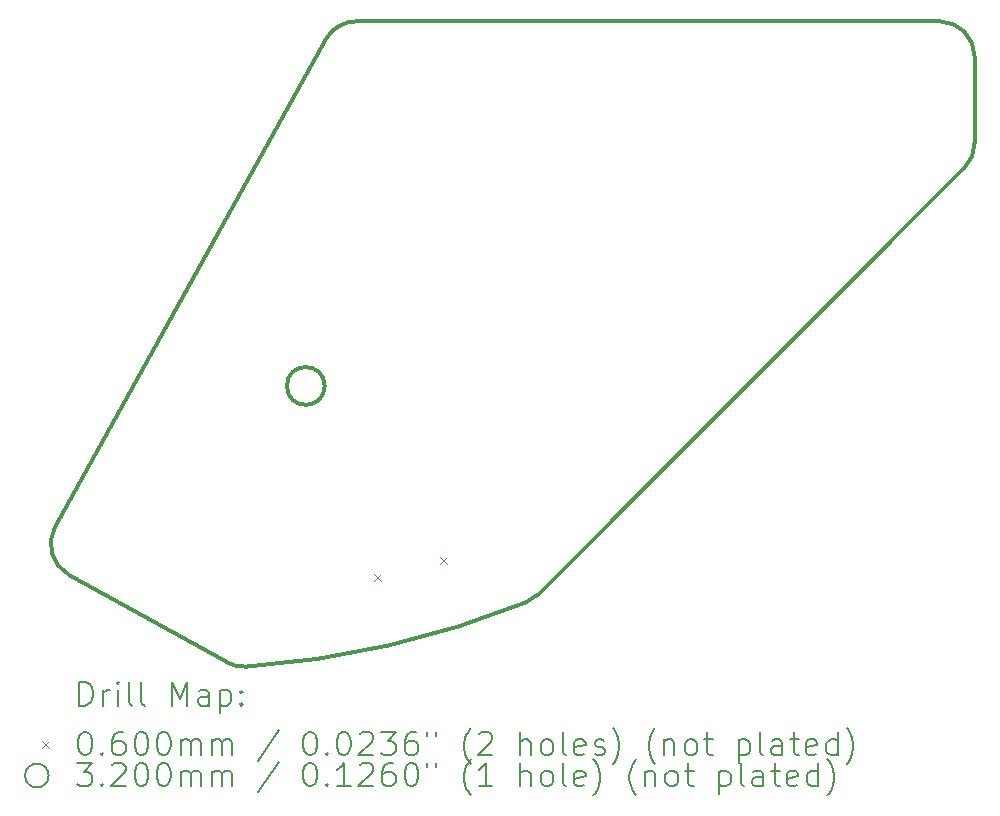
<source format=gbr>
%TF.GenerationSoftware,KiCad,Pcbnew,8.0.0*%
%TF.CreationDate,2024-03-25T03:31:57+00:00*%
%TF.ProjectId,main_PCB_v2,6d61696e-5f50-4434-925f-76322e6b6963,rev?*%
%TF.SameCoordinates,Original*%
%TF.FileFunction,Drillmap*%
%TF.FilePolarity,Positive*%
%FSLAX45Y45*%
G04 Gerber Fmt 4.5, Leading zero omitted, Abs format (unit mm)*
G04 Created by KiCad (PCBNEW 8.0.0) date 2024-03-25 03:31:57*
%MOMM*%
%LPD*%
G01*
G04 APERTURE LIST*
%ADD10C,0.350000*%
%ADD11C,0.200000*%
%ADD12C,0.100000*%
%ADD13C,0.320000*%
G04 APERTURE END LIST*
D10*
X11394036Y-11925982D02*
X13685251Y-7801794D01*
X11510586Y-12333920D02*
X12844754Y-13075124D01*
X15480477Y-12501572D02*
X19091061Y-8890987D01*
X18878505Y-7647494D02*
X13947485Y-7647494D01*
X19178506Y-7949283D02*
X19178506Y-8679280D01*
X11510586Y-12333920D02*
G75*
G02*
X11394036Y-11925982I145695J262244D01*
G01*
X13011224Y-13112156D02*
G75*
G02*
X12844754Y-13075124I-20779J299276D01*
G01*
X13685251Y-7801794D02*
G75*
G02*
X13947485Y-7647494I262235J-145686D01*
G01*
X15380297Y-12567767D02*
G75*
G02*
X13011224Y-13112156I-2908972J7232211D01*
G01*
X15480477Y-12501572D02*
G75*
G02*
X15380297Y-12567766I-212127J212132D01*
G01*
X18878505Y-7647494D02*
G75*
G02*
X19178510Y-7949283I-5J-300016D01*
G01*
X19178506Y-8679280D02*
G75*
G02*
X19091060Y-8890986I-299996J0D01*
G01*
D11*
D12*
X14095602Y-12329338D02*
X14155602Y-12389338D01*
X14155602Y-12329338D02*
X14095602Y-12389338D01*
X14653907Y-12179741D02*
X14713907Y-12239741D01*
X14713907Y-12179741D02*
X14653907Y-12239741D01*
D13*
X13675627Y-10735497D02*
G75*
G02*
X13355627Y-10735497I-160000J0D01*
G01*
X13355627Y-10735497D02*
G75*
G02*
X13675627Y-10735497I160000J0D01*
G01*
D11*
X11599559Y-13441860D02*
X11599559Y-13241860D01*
X11599559Y-13241860D02*
X11647178Y-13241860D01*
X11647178Y-13241860D02*
X11675750Y-13251384D01*
X11675750Y-13251384D02*
X11694797Y-13270432D01*
X11694797Y-13270432D02*
X11704321Y-13289479D01*
X11704321Y-13289479D02*
X11713845Y-13327575D01*
X11713845Y-13327575D02*
X11713845Y-13356146D01*
X11713845Y-13356146D02*
X11704321Y-13394241D01*
X11704321Y-13394241D02*
X11694797Y-13413289D01*
X11694797Y-13413289D02*
X11675750Y-13432337D01*
X11675750Y-13432337D02*
X11647178Y-13441860D01*
X11647178Y-13441860D02*
X11599559Y-13441860D01*
X11799559Y-13441860D02*
X11799559Y-13308527D01*
X11799559Y-13346622D02*
X11809083Y-13327575D01*
X11809083Y-13327575D02*
X11818607Y-13318051D01*
X11818607Y-13318051D02*
X11837655Y-13308527D01*
X11837655Y-13308527D02*
X11856702Y-13308527D01*
X11923369Y-13441860D02*
X11923369Y-13308527D01*
X11923369Y-13241860D02*
X11913845Y-13251384D01*
X11913845Y-13251384D02*
X11923369Y-13260908D01*
X11923369Y-13260908D02*
X11932893Y-13251384D01*
X11932893Y-13251384D02*
X11923369Y-13241860D01*
X11923369Y-13241860D02*
X11923369Y-13260908D01*
X12047178Y-13441860D02*
X12028131Y-13432337D01*
X12028131Y-13432337D02*
X12018607Y-13413289D01*
X12018607Y-13413289D02*
X12018607Y-13241860D01*
X12151940Y-13441860D02*
X12132893Y-13432337D01*
X12132893Y-13432337D02*
X12123369Y-13413289D01*
X12123369Y-13413289D02*
X12123369Y-13241860D01*
X12380512Y-13441860D02*
X12380512Y-13241860D01*
X12380512Y-13241860D02*
X12447178Y-13384717D01*
X12447178Y-13384717D02*
X12513845Y-13241860D01*
X12513845Y-13241860D02*
X12513845Y-13441860D01*
X12694797Y-13441860D02*
X12694797Y-13337098D01*
X12694797Y-13337098D02*
X12685274Y-13318051D01*
X12685274Y-13318051D02*
X12666226Y-13308527D01*
X12666226Y-13308527D02*
X12628131Y-13308527D01*
X12628131Y-13308527D02*
X12609083Y-13318051D01*
X12694797Y-13432337D02*
X12675750Y-13441860D01*
X12675750Y-13441860D02*
X12628131Y-13441860D01*
X12628131Y-13441860D02*
X12609083Y-13432337D01*
X12609083Y-13432337D02*
X12599559Y-13413289D01*
X12599559Y-13413289D02*
X12599559Y-13394241D01*
X12599559Y-13394241D02*
X12609083Y-13375194D01*
X12609083Y-13375194D02*
X12628131Y-13365670D01*
X12628131Y-13365670D02*
X12675750Y-13365670D01*
X12675750Y-13365670D02*
X12694797Y-13356146D01*
X12790036Y-13308527D02*
X12790036Y-13508527D01*
X12790036Y-13318051D02*
X12809083Y-13308527D01*
X12809083Y-13308527D02*
X12847178Y-13308527D01*
X12847178Y-13308527D02*
X12866226Y-13318051D01*
X12866226Y-13318051D02*
X12875750Y-13327575D01*
X12875750Y-13327575D02*
X12885274Y-13346622D01*
X12885274Y-13346622D02*
X12885274Y-13403765D01*
X12885274Y-13403765D02*
X12875750Y-13422813D01*
X12875750Y-13422813D02*
X12866226Y-13432337D01*
X12866226Y-13432337D02*
X12847178Y-13441860D01*
X12847178Y-13441860D02*
X12809083Y-13441860D01*
X12809083Y-13441860D02*
X12790036Y-13432337D01*
X12970988Y-13422813D02*
X12980512Y-13432337D01*
X12980512Y-13432337D02*
X12970988Y-13441860D01*
X12970988Y-13441860D02*
X12961464Y-13432337D01*
X12961464Y-13432337D02*
X12970988Y-13422813D01*
X12970988Y-13422813D02*
X12970988Y-13441860D01*
X12970988Y-13318051D02*
X12980512Y-13327575D01*
X12980512Y-13327575D02*
X12970988Y-13337098D01*
X12970988Y-13337098D02*
X12961464Y-13327575D01*
X12961464Y-13327575D02*
X12970988Y-13318051D01*
X12970988Y-13318051D02*
X12970988Y-13337098D01*
D12*
X11278783Y-13740377D02*
X11338783Y-13800377D01*
X11338783Y-13740377D02*
X11278783Y-13800377D01*
D11*
X11637655Y-13661860D02*
X11656702Y-13661860D01*
X11656702Y-13661860D02*
X11675750Y-13671384D01*
X11675750Y-13671384D02*
X11685274Y-13680908D01*
X11685274Y-13680908D02*
X11694797Y-13699956D01*
X11694797Y-13699956D02*
X11704321Y-13738051D01*
X11704321Y-13738051D02*
X11704321Y-13785670D01*
X11704321Y-13785670D02*
X11694797Y-13823765D01*
X11694797Y-13823765D02*
X11685274Y-13842813D01*
X11685274Y-13842813D02*
X11675750Y-13852337D01*
X11675750Y-13852337D02*
X11656702Y-13861860D01*
X11656702Y-13861860D02*
X11637655Y-13861860D01*
X11637655Y-13861860D02*
X11618607Y-13852337D01*
X11618607Y-13852337D02*
X11609083Y-13842813D01*
X11609083Y-13842813D02*
X11599559Y-13823765D01*
X11599559Y-13823765D02*
X11590036Y-13785670D01*
X11590036Y-13785670D02*
X11590036Y-13738051D01*
X11590036Y-13738051D02*
X11599559Y-13699956D01*
X11599559Y-13699956D02*
X11609083Y-13680908D01*
X11609083Y-13680908D02*
X11618607Y-13671384D01*
X11618607Y-13671384D02*
X11637655Y-13661860D01*
X11790036Y-13842813D02*
X11799559Y-13852337D01*
X11799559Y-13852337D02*
X11790036Y-13861860D01*
X11790036Y-13861860D02*
X11780512Y-13852337D01*
X11780512Y-13852337D02*
X11790036Y-13842813D01*
X11790036Y-13842813D02*
X11790036Y-13861860D01*
X11970988Y-13661860D02*
X11932893Y-13661860D01*
X11932893Y-13661860D02*
X11913845Y-13671384D01*
X11913845Y-13671384D02*
X11904321Y-13680908D01*
X11904321Y-13680908D02*
X11885274Y-13709479D01*
X11885274Y-13709479D02*
X11875750Y-13747575D01*
X11875750Y-13747575D02*
X11875750Y-13823765D01*
X11875750Y-13823765D02*
X11885274Y-13842813D01*
X11885274Y-13842813D02*
X11894797Y-13852337D01*
X11894797Y-13852337D02*
X11913845Y-13861860D01*
X11913845Y-13861860D02*
X11951940Y-13861860D01*
X11951940Y-13861860D02*
X11970988Y-13852337D01*
X11970988Y-13852337D02*
X11980512Y-13842813D01*
X11980512Y-13842813D02*
X11990036Y-13823765D01*
X11990036Y-13823765D02*
X11990036Y-13776146D01*
X11990036Y-13776146D02*
X11980512Y-13757098D01*
X11980512Y-13757098D02*
X11970988Y-13747575D01*
X11970988Y-13747575D02*
X11951940Y-13738051D01*
X11951940Y-13738051D02*
X11913845Y-13738051D01*
X11913845Y-13738051D02*
X11894797Y-13747575D01*
X11894797Y-13747575D02*
X11885274Y-13757098D01*
X11885274Y-13757098D02*
X11875750Y-13776146D01*
X12113845Y-13661860D02*
X12132893Y-13661860D01*
X12132893Y-13661860D02*
X12151940Y-13671384D01*
X12151940Y-13671384D02*
X12161464Y-13680908D01*
X12161464Y-13680908D02*
X12170988Y-13699956D01*
X12170988Y-13699956D02*
X12180512Y-13738051D01*
X12180512Y-13738051D02*
X12180512Y-13785670D01*
X12180512Y-13785670D02*
X12170988Y-13823765D01*
X12170988Y-13823765D02*
X12161464Y-13842813D01*
X12161464Y-13842813D02*
X12151940Y-13852337D01*
X12151940Y-13852337D02*
X12132893Y-13861860D01*
X12132893Y-13861860D02*
X12113845Y-13861860D01*
X12113845Y-13861860D02*
X12094797Y-13852337D01*
X12094797Y-13852337D02*
X12085274Y-13842813D01*
X12085274Y-13842813D02*
X12075750Y-13823765D01*
X12075750Y-13823765D02*
X12066226Y-13785670D01*
X12066226Y-13785670D02*
X12066226Y-13738051D01*
X12066226Y-13738051D02*
X12075750Y-13699956D01*
X12075750Y-13699956D02*
X12085274Y-13680908D01*
X12085274Y-13680908D02*
X12094797Y-13671384D01*
X12094797Y-13671384D02*
X12113845Y-13661860D01*
X12304321Y-13661860D02*
X12323369Y-13661860D01*
X12323369Y-13661860D02*
X12342417Y-13671384D01*
X12342417Y-13671384D02*
X12351940Y-13680908D01*
X12351940Y-13680908D02*
X12361464Y-13699956D01*
X12361464Y-13699956D02*
X12370988Y-13738051D01*
X12370988Y-13738051D02*
X12370988Y-13785670D01*
X12370988Y-13785670D02*
X12361464Y-13823765D01*
X12361464Y-13823765D02*
X12351940Y-13842813D01*
X12351940Y-13842813D02*
X12342417Y-13852337D01*
X12342417Y-13852337D02*
X12323369Y-13861860D01*
X12323369Y-13861860D02*
X12304321Y-13861860D01*
X12304321Y-13861860D02*
X12285274Y-13852337D01*
X12285274Y-13852337D02*
X12275750Y-13842813D01*
X12275750Y-13842813D02*
X12266226Y-13823765D01*
X12266226Y-13823765D02*
X12256702Y-13785670D01*
X12256702Y-13785670D02*
X12256702Y-13738051D01*
X12256702Y-13738051D02*
X12266226Y-13699956D01*
X12266226Y-13699956D02*
X12275750Y-13680908D01*
X12275750Y-13680908D02*
X12285274Y-13671384D01*
X12285274Y-13671384D02*
X12304321Y-13661860D01*
X12456702Y-13861860D02*
X12456702Y-13728527D01*
X12456702Y-13747575D02*
X12466226Y-13738051D01*
X12466226Y-13738051D02*
X12485274Y-13728527D01*
X12485274Y-13728527D02*
X12513845Y-13728527D01*
X12513845Y-13728527D02*
X12532893Y-13738051D01*
X12532893Y-13738051D02*
X12542417Y-13757098D01*
X12542417Y-13757098D02*
X12542417Y-13861860D01*
X12542417Y-13757098D02*
X12551940Y-13738051D01*
X12551940Y-13738051D02*
X12570988Y-13728527D01*
X12570988Y-13728527D02*
X12599559Y-13728527D01*
X12599559Y-13728527D02*
X12618607Y-13738051D01*
X12618607Y-13738051D02*
X12628131Y-13757098D01*
X12628131Y-13757098D02*
X12628131Y-13861860D01*
X12723369Y-13861860D02*
X12723369Y-13728527D01*
X12723369Y-13747575D02*
X12732893Y-13738051D01*
X12732893Y-13738051D02*
X12751940Y-13728527D01*
X12751940Y-13728527D02*
X12780512Y-13728527D01*
X12780512Y-13728527D02*
X12799559Y-13738051D01*
X12799559Y-13738051D02*
X12809083Y-13757098D01*
X12809083Y-13757098D02*
X12809083Y-13861860D01*
X12809083Y-13757098D02*
X12818607Y-13738051D01*
X12818607Y-13738051D02*
X12837655Y-13728527D01*
X12837655Y-13728527D02*
X12866226Y-13728527D01*
X12866226Y-13728527D02*
X12885274Y-13738051D01*
X12885274Y-13738051D02*
X12894798Y-13757098D01*
X12894798Y-13757098D02*
X12894798Y-13861860D01*
X13285274Y-13652337D02*
X13113845Y-13909479D01*
X13542417Y-13661860D02*
X13561464Y-13661860D01*
X13561464Y-13661860D02*
X13580512Y-13671384D01*
X13580512Y-13671384D02*
X13590036Y-13680908D01*
X13590036Y-13680908D02*
X13599560Y-13699956D01*
X13599560Y-13699956D02*
X13609083Y-13738051D01*
X13609083Y-13738051D02*
X13609083Y-13785670D01*
X13609083Y-13785670D02*
X13599560Y-13823765D01*
X13599560Y-13823765D02*
X13590036Y-13842813D01*
X13590036Y-13842813D02*
X13580512Y-13852337D01*
X13580512Y-13852337D02*
X13561464Y-13861860D01*
X13561464Y-13861860D02*
X13542417Y-13861860D01*
X13542417Y-13861860D02*
X13523369Y-13852337D01*
X13523369Y-13852337D02*
X13513845Y-13842813D01*
X13513845Y-13842813D02*
X13504321Y-13823765D01*
X13504321Y-13823765D02*
X13494798Y-13785670D01*
X13494798Y-13785670D02*
X13494798Y-13738051D01*
X13494798Y-13738051D02*
X13504321Y-13699956D01*
X13504321Y-13699956D02*
X13513845Y-13680908D01*
X13513845Y-13680908D02*
X13523369Y-13671384D01*
X13523369Y-13671384D02*
X13542417Y-13661860D01*
X13694798Y-13842813D02*
X13704321Y-13852337D01*
X13704321Y-13852337D02*
X13694798Y-13861860D01*
X13694798Y-13861860D02*
X13685274Y-13852337D01*
X13685274Y-13852337D02*
X13694798Y-13842813D01*
X13694798Y-13842813D02*
X13694798Y-13861860D01*
X13828131Y-13661860D02*
X13847179Y-13661860D01*
X13847179Y-13661860D02*
X13866226Y-13671384D01*
X13866226Y-13671384D02*
X13875750Y-13680908D01*
X13875750Y-13680908D02*
X13885274Y-13699956D01*
X13885274Y-13699956D02*
X13894798Y-13738051D01*
X13894798Y-13738051D02*
X13894798Y-13785670D01*
X13894798Y-13785670D02*
X13885274Y-13823765D01*
X13885274Y-13823765D02*
X13875750Y-13842813D01*
X13875750Y-13842813D02*
X13866226Y-13852337D01*
X13866226Y-13852337D02*
X13847179Y-13861860D01*
X13847179Y-13861860D02*
X13828131Y-13861860D01*
X13828131Y-13861860D02*
X13809083Y-13852337D01*
X13809083Y-13852337D02*
X13799560Y-13842813D01*
X13799560Y-13842813D02*
X13790036Y-13823765D01*
X13790036Y-13823765D02*
X13780512Y-13785670D01*
X13780512Y-13785670D02*
X13780512Y-13738051D01*
X13780512Y-13738051D02*
X13790036Y-13699956D01*
X13790036Y-13699956D02*
X13799560Y-13680908D01*
X13799560Y-13680908D02*
X13809083Y-13671384D01*
X13809083Y-13671384D02*
X13828131Y-13661860D01*
X13970988Y-13680908D02*
X13980512Y-13671384D01*
X13980512Y-13671384D02*
X13999560Y-13661860D01*
X13999560Y-13661860D02*
X14047179Y-13661860D01*
X14047179Y-13661860D02*
X14066226Y-13671384D01*
X14066226Y-13671384D02*
X14075750Y-13680908D01*
X14075750Y-13680908D02*
X14085274Y-13699956D01*
X14085274Y-13699956D02*
X14085274Y-13719003D01*
X14085274Y-13719003D02*
X14075750Y-13747575D01*
X14075750Y-13747575D02*
X13961464Y-13861860D01*
X13961464Y-13861860D02*
X14085274Y-13861860D01*
X14151941Y-13661860D02*
X14275750Y-13661860D01*
X14275750Y-13661860D02*
X14209083Y-13738051D01*
X14209083Y-13738051D02*
X14237655Y-13738051D01*
X14237655Y-13738051D02*
X14256702Y-13747575D01*
X14256702Y-13747575D02*
X14266226Y-13757098D01*
X14266226Y-13757098D02*
X14275750Y-13776146D01*
X14275750Y-13776146D02*
X14275750Y-13823765D01*
X14275750Y-13823765D02*
X14266226Y-13842813D01*
X14266226Y-13842813D02*
X14256702Y-13852337D01*
X14256702Y-13852337D02*
X14237655Y-13861860D01*
X14237655Y-13861860D02*
X14180512Y-13861860D01*
X14180512Y-13861860D02*
X14161464Y-13852337D01*
X14161464Y-13852337D02*
X14151941Y-13842813D01*
X14447179Y-13661860D02*
X14409083Y-13661860D01*
X14409083Y-13661860D02*
X14390036Y-13671384D01*
X14390036Y-13671384D02*
X14380512Y-13680908D01*
X14380512Y-13680908D02*
X14361464Y-13709479D01*
X14361464Y-13709479D02*
X14351941Y-13747575D01*
X14351941Y-13747575D02*
X14351941Y-13823765D01*
X14351941Y-13823765D02*
X14361464Y-13842813D01*
X14361464Y-13842813D02*
X14370988Y-13852337D01*
X14370988Y-13852337D02*
X14390036Y-13861860D01*
X14390036Y-13861860D02*
X14428131Y-13861860D01*
X14428131Y-13861860D02*
X14447179Y-13852337D01*
X14447179Y-13852337D02*
X14456702Y-13842813D01*
X14456702Y-13842813D02*
X14466226Y-13823765D01*
X14466226Y-13823765D02*
X14466226Y-13776146D01*
X14466226Y-13776146D02*
X14456702Y-13757098D01*
X14456702Y-13757098D02*
X14447179Y-13747575D01*
X14447179Y-13747575D02*
X14428131Y-13738051D01*
X14428131Y-13738051D02*
X14390036Y-13738051D01*
X14390036Y-13738051D02*
X14370988Y-13747575D01*
X14370988Y-13747575D02*
X14361464Y-13757098D01*
X14361464Y-13757098D02*
X14351941Y-13776146D01*
X14542417Y-13661860D02*
X14542417Y-13699956D01*
X14618607Y-13661860D02*
X14618607Y-13699956D01*
X14913845Y-13938051D02*
X14904322Y-13928527D01*
X14904322Y-13928527D02*
X14885274Y-13899956D01*
X14885274Y-13899956D02*
X14875750Y-13880908D01*
X14875750Y-13880908D02*
X14866226Y-13852337D01*
X14866226Y-13852337D02*
X14856703Y-13804717D01*
X14856703Y-13804717D02*
X14856703Y-13766622D01*
X14856703Y-13766622D02*
X14866226Y-13719003D01*
X14866226Y-13719003D02*
X14875750Y-13690432D01*
X14875750Y-13690432D02*
X14885274Y-13671384D01*
X14885274Y-13671384D02*
X14904322Y-13642813D01*
X14904322Y-13642813D02*
X14913845Y-13633289D01*
X14980512Y-13680908D02*
X14990036Y-13671384D01*
X14990036Y-13671384D02*
X15009083Y-13661860D01*
X15009083Y-13661860D02*
X15056703Y-13661860D01*
X15056703Y-13661860D02*
X15075750Y-13671384D01*
X15075750Y-13671384D02*
X15085274Y-13680908D01*
X15085274Y-13680908D02*
X15094798Y-13699956D01*
X15094798Y-13699956D02*
X15094798Y-13719003D01*
X15094798Y-13719003D02*
X15085274Y-13747575D01*
X15085274Y-13747575D02*
X14970988Y-13861860D01*
X14970988Y-13861860D02*
X15094798Y-13861860D01*
X15332893Y-13861860D02*
X15332893Y-13661860D01*
X15418607Y-13861860D02*
X15418607Y-13757098D01*
X15418607Y-13757098D02*
X15409084Y-13738051D01*
X15409084Y-13738051D02*
X15390036Y-13728527D01*
X15390036Y-13728527D02*
X15361464Y-13728527D01*
X15361464Y-13728527D02*
X15342417Y-13738051D01*
X15342417Y-13738051D02*
X15332893Y-13747575D01*
X15542417Y-13861860D02*
X15523369Y-13852337D01*
X15523369Y-13852337D02*
X15513845Y-13842813D01*
X15513845Y-13842813D02*
X15504322Y-13823765D01*
X15504322Y-13823765D02*
X15504322Y-13766622D01*
X15504322Y-13766622D02*
X15513845Y-13747575D01*
X15513845Y-13747575D02*
X15523369Y-13738051D01*
X15523369Y-13738051D02*
X15542417Y-13728527D01*
X15542417Y-13728527D02*
X15570988Y-13728527D01*
X15570988Y-13728527D02*
X15590036Y-13738051D01*
X15590036Y-13738051D02*
X15599560Y-13747575D01*
X15599560Y-13747575D02*
X15609084Y-13766622D01*
X15609084Y-13766622D02*
X15609084Y-13823765D01*
X15609084Y-13823765D02*
X15599560Y-13842813D01*
X15599560Y-13842813D02*
X15590036Y-13852337D01*
X15590036Y-13852337D02*
X15570988Y-13861860D01*
X15570988Y-13861860D02*
X15542417Y-13861860D01*
X15723369Y-13861860D02*
X15704322Y-13852337D01*
X15704322Y-13852337D02*
X15694798Y-13833289D01*
X15694798Y-13833289D02*
X15694798Y-13661860D01*
X15875750Y-13852337D02*
X15856703Y-13861860D01*
X15856703Y-13861860D02*
X15818607Y-13861860D01*
X15818607Y-13861860D02*
X15799560Y-13852337D01*
X15799560Y-13852337D02*
X15790036Y-13833289D01*
X15790036Y-13833289D02*
X15790036Y-13757098D01*
X15790036Y-13757098D02*
X15799560Y-13738051D01*
X15799560Y-13738051D02*
X15818607Y-13728527D01*
X15818607Y-13728527D02*
X15856703Y-13728527D01*
X15856703Y-13728527D02*
X15875750Y-13738051D01*
X15875750Y-13738051D02*
X15885274Y-13757098D01*
X15885274Y-13757098D02*
X15885274Y-13776146D01*
X15885274Y-13776146D02*
X15790036Y-13795194D01*
X15961465Y-13852337D02*
X15980512Y-13861860D01*
X15980512Y-13861860D02*
X16018607Y-13861860D01*
X16018607Y-13861860D02*
X16037655Y-13852337D01*
X16037655Y-13852337D02*
X16047179Y-13833289D01*
X16047179Y-13833289D02*
X16047179Y-13823765D01*
X16047179Y-13823765D02*
X16037655Y-13804717D01*
X16037655Y-13804717D02*
X16018607Y-13795194D01*
X16018607Y-13795194D02*
X15990036Y-13795194D01*
X15990036Y-13795194D02*
X15970988Y-13785670D01*
X15970988Y-13785670D02*
X15961465Y-13766622D01*
X15961465Y-13766622D02*
X15961465Y-13757098D01*
X15961465Y-13757098D02*
X15970988Y-13738051D01*
X15970988Y-13738051D02*
X15990036Y-13728527D01*
X15990036Y-13728527D02*
X16018607Y-13728527D01*
X16018607Y-13728527D02*
X16037655Y-13738051D01*
X16113846Y-13938051D02*
X16123369Y-13928527D01*
X16123369Y-13928527D02*
X16142417Y-13899956D01*
X16142417Y-13899956D02*
X16151941Y-13880908D01*
X16151941Y-13880908D02*
X16161465Y-13852337D01*
X16161465Y-13852337D02*
X16170988Y-13804717D01*
X16170988Y-13804717D02*
X16170988Y-13766622D01*
X16170988Y-13766622D02*
X16161465Y-13719003D01*
X16161465Y-13719003D02*
X16151941Y-13690432D01*
X16151941Y-13690432D02*
X16142417Y-13671384D01*
X16142417Y-13671384D02*
X16123369Y-13642813D01*
X16123369Y-13642813D02*
X16113846Y-13633289D01*
X16475750Y-13938051D02*
X16466226Y-13928527D01*
X16466226Y-13928527D02*
X16447179Y-13899956D01*
X16447179Y-13899956D02*
X16437655Y-13880908D01*
X16437655Y-13880908D02*
X16428131Y-13852337D01*
X16428131Y-13852337D02*
X16418607Y-13804717D01*
X16418607Y-13804717D02*
X16418607Y-13766622D01*
X16418607Y-13766622D02*
X16428131Y-13719003D01*
X16428131Y-13719003D02*
X16437655Y-13690432D01*
X16437655Y-13690432D02*
X16447179Y-13671384D01*
X16447179Y-13671384D02*
X16466226Y-13642813D01*
X16466226Y-13642813D02*
X16475750Y-13633289D01*
X16551941Y-13728527D02*
X16551941Y-13861860D01*
X16551941Y-13747575D02*
X16561465Y-13738051D01*
X16561465Y-13738051D02*
X16580512Y-13728527D01*
X16580512Y-13728527D02*
X16609084Y-13728527D01*
X16609084Y-13728527D02*
X16628131Y-13738051D01*
X16628131Y-13738051D02*
X16637655Y-13757098D01*
X16637655Y-13757098D02*
X16637655Y-13861860D01*
X16761465Y-13861860D02*
X16742417Y-13852337D01*
X16742417Y-13852337D02*
X16732893Y-13842813D01*
X16732893Y-13842813D02*
X16723369Y-13823765D01*
X16723369Y-13823765D02*
X16723369Y-13766622D01*
X16723369Y-13766622D02*
X16732893Y-13747575D01*
X16732893Y-13747575D02*
X16742417Y-13738051D01*
X16742417Y-13738051D02*
X16761465Y-13728527D01*
X16761465Y-13728527D02*
X16790036Y-13728527D01*
X16790036Y-13728527D02*
X16809084Y-13738051D01*
X16809084Y-13738051D02*
X16818608Y-13747575D01*
X16818608Y-13747575D02*
X16828131Y-13766622D01*
X16828131Y-13766622D02*
X16828131Y-13823765D01*
X16828131Y-13823765D02*
X16818608Y-13842813D01*
X16818608Y-13842813D02*
X16809084Y-13852337D01*
X16809084Y-13852337D02*
X16790036Y-13861860D01*
X16790036Y-13861860D02*
X16761465Y-13861860D01*
X16885274Y-13728527D02*
X16961465Y-13728527D01*
X16913846Y-13661860D02*
X16913846Y-13833289D01*
X16913846Y-13833289D02*
X16923369Y-13852337D01*
X16923369Y-13852337D02*
X16942417Y-13861860D01*
X16942417Y-13861860D02*
X16961465Y-13861860D01*
X17180512Y-13728527D02*
X17180512Y-13928527D01*
X17180512Y-13738051D02*
X17199560Y-13728527D01*
X17199560Y-13728527D02*
X17237655Y-13728527D01*
X17237655Y-13728527D02*
X17256703Y-13738051D01*
X17256703Y-13738051D02*
X17266227Y-13747575D01*
X17266227Y-13747575D02*
X17275750Y-13766622D01*
X17275750Y-13766622D02*
X17275750Y-13823765D01*
X17275750Y-13823765D02*
X17266227Y-13842813D01*
X17266227Y-13842813D02*
X17256703Y-13852337D01*
X17256703Y-13852337D02*
X17237655Y-13861860D01*
X17237655Y-13861860D02*
X17199560Y-13861860D01*
X17199560Y-13861860D02*
X17180512Y-13852337D01*
X17390036Y-13861860D02*
X17370989Y-13852337D01*
X17370989Y-13852337D02*
X17361465Y-13833289D01*
X17361465Y-13833289D02*
X17361465Y-13661860D01*
X17551941Y-13861860D02*
X17551941Y-13757098D01*
X17551941Y-13757098D02*
X17542417Y-13738051D01*
X17542417Y-13738051D02*
X17523370Y-13728527D01*
X17523370Y-13728527D02*
X17485274Y-13728527D01*
X17485274Y-13728527D02*
X17466227Y-13738051D01*
X17551941Y-13852337D02*
X17532893Y-13861860D01*
X17532893Y-13861860D02*
X17485274Y-13861860D01*
X17485274Y-13861860D02*
X17466227Y-13852337D01*
X17466227Y-13852337D02*
X17456703Y-13833289D01*
X17456703Y-13833289D02*
X17456703Y-13814241D01*
X17456703Y-13814241D02*
X17466227Y-13795194D01*
X17466227Y-13795194D02*
X17485274Y-13785670D01*
X17485274Y-13785670D02*
X17532893Y-13785670D01*
X17532893Y-13785670D02*
X17551941Y-13776146D01*
X17618608Y-13728527D02*
X17694798Y-13728527D01*
X17647179Y-13661860D02*
X17647179Y-13833289D01*
X17647179Y-13833289D02*
X17656703Y-13852337D01*
X17656703Y-13852337D02*
X17675750Y-13861860D01*
X17675750Y-13861860D02*
X17694798Y-13861860D01*
X17837655Y-13852337D02*
X17818608Y-13861860D01*
X17818608Y-13861860D02*
X17780512Y-13861860D01*
X17780512Y-13861860D02*
X17761465Y-13852337D01*
X17761465Y-13852337D02*
X17751941Y-13833289D01*
X17751941Y-13833289D02*
X17751941Y-13757098D01*
X17751941Y-13757098D02*
X17761465Y-13738051D01*
X17761465Y-13738051D02*
X17780512Y-13728527D01*
X17780512Y-13728527D02*
X17818608Y-13728527D01*
X17818608Y-13728527D02*
X17837655Y-13738051D01*
X17837655Y-13738051D02*
X17847179Y-13757098D01*
X17847179Y-13757098D02*
X17847179Y-13776146D01*
X17847179Y-13776146D02*
X17751941Y-13795194D01*
X18018608Y-13861860D02*
X18018608Y-13661860D01*
X18018608Y-13852337D02*
X17999560Y-13861860D01*
X17999560Y-13861860D02*
X17961465Y-13861860D01*
X17961465Y-13861860D02*
X17942417Y-13852337D01*
X17942417Y-13852337D02*
X17932893Y-13842813D01*
X17932893Y-13842813D02*
X17923370Y-13823765D01*
X17923370Y-13823765D02*
X17923370Y-13766622D01*
X17923370Y-13766622D02*
X17932893Y-13747575D01*
X17932893Y-13747575D02*
X17942417Y-13738051D01*
X17942417Y-13738051D02*
X17961465Y-13728527D01*
X17961465Y-13728527D02*
X17999560Y-13728527D01*
X17999560Y-13728527D02*
X18018608Y-13738051D01*
X18094798Y-13938051D02*
X18104322Y-13928527D01*
X18104322Y-13928527D02*
X18123370Y-13899956D01*
X18123370Y-13899956D02*
X18132893Y-13880908D01*
X18132893Y-13880908D02*
X18142417Y-13852337D01*
X18142417Y-13852337D02*
X18151941Y-13804717D01*
X18151941Y-13804717D02*
X18151941Y-13766622D01*
X18151941Y-13766622D02*
X18142417Y-13719003D01*
X18142417Y-13719003D02*
X18132893Y-13690432D01*
X18132893Y-13690432D02*
X18123370Y-13671384D01*
X18123370Y-13671384D02*
X18104322Y-13642813D01*
X18104322Y-13642813D02*
X18094798Y-13633289D01*
X11338783Y-14034377D02*
G75*
G02*
X11138783Y-14034377I-100000J0D01*
G01*
X11138783Y-14034377D02*
G75*
G02*
X11338783Y-14034377I100000J0D01*
G01*
X11580512Y-13925860D02*
X11704321Y-13925860D01*
X11704321Y-13925860D02*
X11637655Y-14002051D01*
X11637655Y-14002051D02*
X11666226Y-14002051D01*
X11666226Y-14002051D02*
X11685274Y-14011575D01*
X11685274Y-14011575D02*
X11694797Y-14021098D01*
X11694797Y-14021098D02*
X11704321Y-14040146D01*
X11704321Y-14040146D02*
X11704321Y-14087765D01*
X11704321Y-14087765D02*
X11694797Y-14106813D01*
X11694797Y-14106813D02*
X11685274Y-14116337D01*
X11685274Y-14116337D02*
X11666226Y-14125860D01*
X11666226Y-14125860D02*
X11609083Y-14125860D01*
X11609083Y-14125860D02*
X11590036Y-14116337D01*
X11590036Y-14116337D02*
X11580512Y-14106813D01*
X11790036Y-14106813D02*
X11799559Y-14116337D01*
X11799559Y-14116337D02*
X11790036Y-14125860D01*
X11790036Y-14125860D02*
X11780512Y-14116337D01*
X11780512Y-14116337D02*
X11790036Y-14106813D01*
X11790036Y-14106813D02*
X11790036Y-14125860D01*
X11875750Y-13944908D02*
X11885274Y-13935384D01*
X11885274Y-13935384D02*
X11904321Y-13925860D01*
X11904321Y-13925860D02*
X11951940Y-13925860D01*
X11951940Y-13925860D02*
X11970988Y-13935384D01*
X11970988Y-13935384D02*
X11980512Y-13944908D01*
X11980512Y-13944908D02*
X11990036Y-13963956D01*
X11990036Y-13963956D02*
X11990036Y-13983003D01*
X11990036Y-13983003D02*
X11980512Y-14011575D01*
X11980512Y-14011575D02*
X11866226Y-14125860D01*
X11866226Y-14125860D02*
X11990036Y-14125860D01*
X12113845Y-13925860D02*
X12132893Y-13925860D01*
X12132893Y-13925860D02*
X12151940Y-13935384D01*
X12151940Y-13935384D02*
X12161464Y-13944908D01*
X12161464Y-13944908D02*
X12170988Y-13963956D01*
X12170988Y-13963956D02*
X12180512Y-14002051D01*
X12180512Y-14002051D02*
X12180512Y-14049670D01*
X12180512Y-14049670D02*
X12170988Y-14087765D01*
X12170988Y-14087765D02*
X12161464Y-14106813D01*
X12161464Y-14106813D02*
X12151940Y-14116337D01*
X12151940Y-14116337D02*
X12132893Y-14125860D01*
X12132893Y-14125860D02*
X12113845Y-14125860D01*
X12113845Y-14125860D02*
X12094797Y-14116337D01*
X12094797Y-14116337D02*
X12085274Y-14106813D01*
X12085274Y-14106813D02*
X12075750Y-14087765D01*
X12075750Y-14087765D02*
X12066226Y-14049670D01*
X12066226Y-14049670D02*
X12066226Y-14002051D01*
X12066226Y-14002051D02*
X12075750Y-13963956D01*
X12075750Y-13963956D02*
X12085274Y-13944908D01*
X12085274Y-13944908D02*
X12094797Y-13935384D01*
X12094797Y-13935384D02*
X12113845Y-13925860D01*
X12304321Y-13925860D02*
X12323369Y-13925860D01*
X12323369Y-13925860D02*
X12342417Y-13935384D01*
X12342417Y-13935384D02*
X12351940Y-13944908D01*
X12351940Y-13944908D02*
X12361464Y-13963956D01*
X12361464Y-13963956D02*
X12370988Y-14002051D01*
X12370988Y-14002051D02*
X12370988Y-14049670D01*
X12370988Y-14049670D02*
X12361464Y-14087765D01*
X12361464Y-14087765D02*
X12351940Y-14106813D01*
X12351940Y-14106813D02*
X12342417Y-14116337D01*
X12342417Y-14116337D02*
X12323369Y-14125860D01*
X12323369Y-14125860D02*
X12304321Y-14125860D01*
X12304321Y-14125860D02*
X12285274Y-14116337D01*
X12285274Y-14116337D02*
X12275750Y-14106813D01*
X12275750Y-14106813D02*
X12266226Y-14087765D01*
X12266226Y-14087765D02*
X12256702Y-14049670D01*
X12256702Y-14049670D02*
X12256702Y-14002051D01*
X12256702Y-14002051D02*
X12266226Y-13963956D01*
X12266226Y-13963956D02*
X12275750Y-13944908D01*
X12275750Y-13944908D02*
X12285274Y-13935384D01*
X12285274Y-13935384D02*
X12304321Y-13925860D01*
X12456702Y-14125860D02*
X12456702Y-13992527D01*
X12456702Y-14011575D02*
X12466226Y-14002051D01*
X12466226Y-14002051D02*
X12485274Y-13992527D01*
X12485274Y-13992527D02*
X12513845Y-13992527D01*
X12513845Y-13992527D02*
X12532893Y-14002051D01*
X12532893Y-14002051D02*
X12542417Y-14021098D01*
X12542417Y-14021098D02*
X12542417Y-14125860D01*
X12542417Y-14021098D02*
X12551940Y-14002051D01*
X12551940Y-14002051D02*
X12570988Y-13992527D01*
X12570988Y-13992527D02*
X12599559Y-13992527D01*
X12599559Y-13992527D02*
X12618607Y-14002051D01*
X12618607Y-14002051D02*
X12628131Y-14021098D01*
X12628131Y-14021098D02*
X12628131Y-14125860D01*
X12723369Y-14125860D02*
X12723369Y-13992527D01*
X12723369Y-14011575D02*
X12732893Y-14002051D01*
X12732893Y-14002051D02*
X12751940Y-13992527D01*
X12751940Y-13992527D02*
X12780512Y-13992527D01*
X12780512Y-13992527D02*
X12799559Y-14002051D01*
X12799559Y-14002051D02*
X12809083Y-14021098D01*
X12809083Y-14021098D02*
X12809083Y-14125860D01*
X12809083Y-14021098D02*
X12818607Y-14002051D01*
X12818607Y-14002051D02*
X12837655Y-13992527D01*
X12837655Y-13992527D02*
X12866226Y-13992527D01*
X12866226Y-13992527D02*
X12885274Y-14002051D01*
X12885274Y-14002051D02*
X12894798Y-14021098D01*
X12894798Y-14021098D02*
X12894798Y-14125860D01*
X13285274Y-13916337D02*
X13113845Y-14173479D01*
X13542417Y-13925860D02*
X13561464Y-13925860D01*
X13561464Y-13925860D02*
X13580512Y-13935384D01*
X13580512Y-13935384D02*
X13590036Y-13944908D01*
X13590036Y-13944908D02*
X13599560Y-13963956D01*
X13599560Y-13963956D02*
X13609083Y-14002051D01*
X13609083Y-14002051D02*
X13609083Y-14049670D01*
X13609083Y-14049670D02*
X13599560Y-14087765D01*
X13599560Y-14087765D02*
X13590036Y-14106813D01*
X13590036Y-14106813D02*
X13580512Y-14116337D01*
X13580512Y-14116337D02*
X13561464Y-14125860D01*
X13561464Y-14125860D02*
X13542417Y-14125860D01*
X13542417Y-14125860D02*
X13523369Y-14116337D01*
X13523369Y-14116337D02*
X13513845Y-14106813D01*
X13513845Y-14106813D02*
X13504321Y-14087765D01*
X13504321Y-14087765D02*
X13494798Y-14049670D01*
X13494798Y-14049670D02*
X13494798Y-14002051D01*
X13494798Y-14002051D02*
X13504321Y-13963956D01*
X13504321Y-13963956D02*
X13513845Y-13944908D01*
X13513845Y-13944908D02*
X13523369Y-13935384D01*
X13523369Y-13935384D02*
X13542417Y-13925860D01*
X13694798Y-14106813D02*
X13704321Y-14116337D01*
X13704321Y-14116337D02*
X13694798Y-14125860D01*
X13694798Y-14125860D02*
X13685274Y-14116337D01*
X13685274Y-14116337D02*
X13694798Y-14106813D01*
X13694798Y-14106813D02*
X13694798Y-14125860D01*
X13894798Y-14125860D02*
X13780512Y-14125860D01*
X13837655Y-14125860D02*
X13837655Y-13925860D01*
X13837655Y-13925860D02*
X13818607Y-13954432D01*
X13818607Y-13954432D02*
X13799560Y-13973479D01*
X13799560Y-13973479D02*
X13780512Y-13983003D01*
X13970988Y-13944908D02*
X13980512Y-13935384D01*
X13980512Y-13935384D02*
X13999560Y-13925860D01*
X13999560Y-13925860D02*
X14047179Y-13925860D01*
X14047179Y-13925860D02*
X14066226Y-13935384D01*
X14066226Y-13935384D02*
X14075750Y-13944908D01*
X14075750Y-13944908D02*
X14085274Y-13963956D01*
X14085274Y-13963956D02*
X14085274Y-13983003D01*
X14085274Y-13983003D02*
X14075750Y-14011575D01*
X14075750Y-14011575D02*
X13961464Y-14125860D01*
X13961464Y-14125860D02*
X14085274Y-14125860D01*
X14256702Y-13925860D02*
X14218607Y-13925860D01*
X14218607Y-13925860D02*
X14199560Y-13935384D01*
X14199560Y-13935384D02*
X14190036Y-13944908D01*
X14190036Y-13944908D02*
X14170988Y-13973479D01*
X14170988Y-13973479D02*
X14161464Y-14011575D01*
X14161464Y-14011575D02*
X14161464Y-14087765D01*
X14161464Y-14087765D02*
X14170988Y-14106813D01*
X14170988Y-14106813D02*
X14180512Y-14116337D01*
X14180512Y-14116337D02*
X14199560Y-14125860D01*
X14199560Y-14125860D02*
X14237655Y-14125860D01*
X14237655Y-14125860D02*
X14256702Y-14116337D01*
X14256702Y-14116337D02*
X14266226Y-14106813D01*
X14266226Y-14106813D02*
X14275750Y-14087765D01*
X14275750Y-14087765D02*
X14275750Y-14040146D01*
X14275750Y-14040146D02*
X14266226Y-14021098D01*
X14266226Y-14021098D02*
X14256702Y-14011575D01*
X14256702Y-14011575D02*
X14237655Y-14002051D01*
X14237655Y-14002051D02*
X14199560Y-14002051D01*
X14199560Y-14002051D02*
X14180512Y-14011575D01*
X14180512Y-14011575D02*
X14170988Y-14021098D01*
X14170988Y-14021098D02*
X14161464Y-14040146D01*
X14399560Y-13925860D02*
X14418607Y-13925860D01*
X14418607Y-13925860D02*
X14437655Y-13935384D01*
X14437655Y-13935384D02*
X14447179Y-13944908D01*
X14447179Y-13944908D02*
X14456702Y-13963956D01*
X14456702Y-13963956D02*
X14466226Y-14002051D01*
X14466226Y-14002051D02*
X14466226Y-14049670D01*
X14466226Y-14049670D02*
X14456702Y-14087765D01*
X14456702Y-14087765D02*
X14447179Y-14106813D01*
X14447179Y-14106813D02*
X14437655Y-14116337D01*
X14437655Y-14116337D02*
X14418607Y-14125860D01*
X14418607Y-14125860D02*
X14399560Y-14125860D01*
X14399560Y-14125860D02*
X14380512Y-14116337D01*
X14380512Y-14116337D02*
X14370988Y-14106813D01*
X14370988Y-14106813D02*
X14361464Y-14087765D01*
X14361464Y-14087765D02*
X14351941Y-14049670D01*
X14351941Y-14049670D02*
X14351941Y-14002051D01*
X14351941Y-14002051D02*
X14361464Y-13963956D01*
X14361464Y-13963956D02*
X14370988Y-13944908D01*
X14370988Y-13944908D02*
X14380512Y-13935384D01*
X14380512Y-13935384D02*
X14399560Y-13925860D01*
X14542417Y-13925860D02*
X14542417Y-13963956D01*
X14618607Y-13925860D02*
X14618607Y-13963956D01*
X14913845Y-14202051D02*
X14904322Y-14192527D01*
X14904322Y-14192527D02*
X14885274Y-14163956D01*
X14885274Y-14163956D02*
X14875750Y-14144908D01*
X14875750Y-14144908D02*
X14866226Y-14116337D01*
X14866226Y-14116337D02*
X14856703Y-14068717D01*
X14856703Y-14068717D02*
X14856703Y-14030622D01*
X14856703Y-14030622D02*
X14866226Y-13983003D01*
X14866226Y-13983003D02*
X14875750Y-13954432D01*
X14875750Y-13954432D02*
X14885274Y-13935384D01*
X14885274Y-13935384D02*
X14904322Y-13906813D01*
X14904322Y-13906813D02*
X14913845Y-13897289D01*
X15094798Y-14125860D02*
X14980512Y-14125860D01*
X15037655Y-14125860D02*
X15037655Y-13925860D01*
X15037655Y-13925860D02*
X15018607Y-13954432D01*
X15018607Y-13954432D02*
X14999560Y-13973479D01*
X14999560Y-13973479D02*
X14980512Y-13983003D01*
X15332893Y-14125860D02*
X15332893Y-13925860D01*
X15418607Y-14125860D02*
X15418607Y-14021098D01*
X15418607Y-14021098D02*
X15409084Y-14002051D01*
X15409084Y-14002051D02*
X15390036Y-13992527D01*
X15390036Y-13992527D02*
X15361464Y-13992527D01*
X15361464Y-13992527D02*
X15342417Y-14002051D01*
X15342417Y-14002051D02*
X15332893Y-14011575D01*
X15542417Y-14125860D02*
X15523369Y-14116337D01*
X15523369Y-14116337D02*
X15513845Y-14106813D01*
X15513845Y-14106813D02*
X15504322Y-14087765D01*
X15504322Y-14087765D02*
X15504322Y-14030622D01*
X15504322Y-14030622D02*
X15513845Y-14011575D01*
X15513845Y-14011575D02*
X15523369Y-14002051D01*
X15523369Y-14002051D02*
X15542417Y-13992527D01*
X15542417Y-13992527D02*
X15570988Y-13992527D01*
X15570988Y-13992527D02*
X15590036Y-14002051D01*
X15590036Y-14002051D02*
X15599560Y-14011575D01*
X15599560Y-14011575D02*
X15609084Y-14030622D01*
X15609084Y-14030622D02*
X15609084Y-14087765D01*
X15609084Y-14087765D02*
X15599560Y-14106813D01*
X15599560Y-14106813D02*
X15590036Y-14116337D01*
X15590036Y-14116337D02*
X15570988Y-14125860D01*
X15570988Y-14125860D02*
X15542417Y-14125860D01*
X15723369Y-14125860D02*
X15704322Y-14116337D01*
X15704322Y-14116337D02*
X15694798Y-14097289D01*
X15694798Y-14097289D02*
X15694798Y-13925860D01*
X15875750Y-14116337D02*
X15856703Y-14125860D01*
X15856703Y-14125860D02*
X15818607Y-14125860D01*
X15818607Y-14125860D02*
X15799560Y-14116337D01*
X15799560Y-14116337D02*
X15790036Y-14097289D01*
X15790036Y-14097289D02*
X15790036Y-14021098D01*
X15790036Y-14021098D02*
X15799560Y-14002051D01*
X15799560Y-14002051D02*
X15818607Y-13992527D01*
X15818607Y-13992527D02*
X15856703Y-13992527D01*
X15856703Y-13992527D02*
X15875750Y-14002051D01*
X15875750Y-14002051D02*
X15885274Y-14021098D01*
X15885274Y-14021098D02*
X15885274Y-14040146D01*
X15885274Y-14040146D02*
X15790036Y-14059194D01*
X15951941Y-14202051D02*
X15961465Y-14192527D01*
X15961465Y-14192527D02*
X15980512Y-14163956D01*
X15980512Y-14163956D02*
X15990036Y-14144908D01*
X15990036Y-14144908D02*
X15999560Y-14116337D01*
X15999560Y-14116337D02*
X16009084Y-14068717D01*
X16009084Y-14068717D02*
X16009084Y-14030622D01*
X16009084Y-14030622D02*
X15999560Y-13983003D01*
X15999560Y-13983003D02*
X15990036Y-13954432D01*
X15990036Y-13954432D02*
X15980512Y-13935384D01*
X15980512Y-13935384D02*
X15961465Y-13906813D01*
X15961465Y-13906813D02*
X15951941Y-13897289D01*
X16313846Y-14202051D02*
X16304322Y-14192527D01*
X16304322Y-14192527D02*
X16285274Y-14163956D01*
X16285274Y-14163956D02*
X16275750Y-14144908D01*
X16275750Y-14144908D02*
X16266226Y-14116337D01*
X16266226Y-14116337D02*
X16256703Y-14068717D01*
X16256703Y-14068717D02*
X16256703Y-14030622D01*
X16256703Y-14030622D02*
X16266226Y-13983003D01*
X16266226Y-13983003D02*
X16275750Y-13954432D01*
X16275750Y-13954432D02*
X16285274Y-13935384D01*
X16285274Y-13935384D02*
X16304322Y-13906813D01*
X16304322Y-13906813D02*
X16313846Y-13897289D01*
X16390036Y-13992527D02*
X16390036Y-14125860D01*
X16390036Y-14011575D02*
X16399560Y-14002051D01*
X16399560Y-14002051D02*
X16418607Y-13992527D01*
X16418607Y-13992527D02*
X16447179Y-13992527D01*
X16447179Y-13992527D02*
X16466226Y-14002051D01*
X16466226Y-14002051D02*
X16475750Y-14021098D01*
X16475750Y-14021098D02*
X16475750Y-14125860D01*
X16599560Y-14125860D02*
X16580512Y-14116337D01*
X16580512Y-14116337D02*
X16570988Y-14106813D01*
X16570988Y-14106813D02*
X16561465Y-14087765D01*
X16561465Y-14087765D02*
X16561465Y-14030622D01*
X16561465Y-14030622D02*
X16570988Y-14011575D01*
X16570988Y-14011575D02*
X16580512Y-14002051D01*
X16580512Y-14002051D02*
X16599560Y-13992527D01*
X16599560Y-13992527D02*
X16628131Y-13992527D01*
X16628131Y-13992527D02*
X16647179Y-14002051D01*
X16647179Y-14002051D02*
X16656703Y-14011575D01*
X16656703Y-14011575D02*
X16666226Y-14030622D01*
X16666226Y-14030622D02*
X16666226Y-14087765D01*
X16666226Y-14087765D02*
X16656703Y-14106813D01*
X16656703Y-14106813D02*
X16647179Y-14116337D01*
X16647179Y-14116337D02*
X16628131Y-14125860D01*
X16628131Y-14125860D02*
X16599560Y-14125860D01*
X16723369Y-13992527D02*
X16799560Y-13992527D01*
X16751941Y-13925860D02*
X16751941Y-14097289D01*
X16751941Y-14097289D02*
X16761465Y-14116337D01*
X16761465Y-14116337D02*
X16780512Y-14125860D01*
X16780512Y-14125860D02*
X16799560Y-14125860D01*
X17018608Y-13992527D02*
X17018608Y-14192527D01*
X17018608Y-14002051D02*
X17037655Y-13992527D01*
X17037655Y-13992527D02*
X17075750Y-13992527D01*
X17075750Y-13992527D02*
X17094798Y-14002051D01*
X17094798Y-14002051D02*
X17104322Y-14011575D01*
X17104322Y-14011575D02*
X17113846Y-14030622D01*
X17113846Y-14030622D02*
X17113846Y-14087765D01*
X17113846Y-14087765D02*
X17104322Y-14106813D01*
X17104322Y-14106813D02*
X17094798Y-14116337D01*
X17094798Y-14116337D02*
X17075750Y-14125860D01*
X17075750Y-14125860D02*
X17037655Y-14125860D01*
X17037655Y-14125860D02*
X17018608Y-14116337D01*
X17228131Y-14125860D02*
X17209084Y-14116337D01*
X17209084Y-14116337D02*
X17199560Y-14097289D01*
X17199560Y-14097289D02*
X17199560Y-13925860D01*
X17390036Y-14125860D02*
X17390036Y-14021098D01*
X17390036Y-14021098D02*
X17380512Y-14002051D01*
X17380512Y-14002051D02*
X17361465Y-13992527D01*
X17361465Y-13992527D02*
X17323369Y-13992527D01*
X17323369Y-13992527D02*
X17304322Y-14002051D01*
X17390036Y-14116337D02*
X17370989Y-14125860D01*
X17370989Y-14125860D02*
X17323369Y-14125860D01*
X17323369Y-14125860D02*
X17304322Y-14116337D01*
X17304322Y-14116337D02*
X17294798Y-14097289D01*
X17294798Y-14097289D02*
X17294798Y-14078241D01*
X17294798Y-14078241D02*
X17304322Y-14059194D01*
X17304322Y-14059194D02*
X17323369Y-14049670D01*
X17323369Y-14049670D02*
X17370989Y-14049670D01*
X17370989Y-14049670D02*
X17390036Y-14040146D01*
X17456703Y-13992527D02*
X17532893Y-13992527D01*
X17485274Y-13925860D02*
X17485274Y-14097289D01*
X17485274Y-14097289D02*
X17494798Y-14116337D01*
X17494798Y-14116337D02*
X17513846Y-14125860D01*
X17513846Y-14125860D02*
X17532893Y-14125860D01*
X17675750Y-14116337D02*
X17656703Y-14125860D01*
X17656703Y-14125860D02*
X17618608Y-14125860D01*
X17618608Y-14125860D02*
X17599560Y-14116337D01*
X17599560Y-14116337D02*
X17590036Y-14097289D01*
X17590036Y-14097289D02*
X17590036Y-14021098D01*
X17590036Y-14021098D02*
X17599560Y-14002051D01*
X17599560Y-14002051D02*
X17618608Y-13992527D01*
X17618608Y-13992527D02*
X17656703Y-13992527D01*
X17656703Y-13992527D02*
X17675750Y-14002051D01*
X17675750Y-14002051D02*
X17685274Y-14021098D01*
X17685274Y-14021098D02*
X17685274Y-14040146D01*
X17685274Y-14040146D02*
X17590036Y-14059194D01*
X17856703Y-14125860D02*
X17856703Y-13925860D01*
X17856703Y-14116337D02*
X17837655Y-14125860D01*
X17837655Y-14125860D02*
X17799560Y-14125860D01*
X17799560Y-14125860D02*
X17780512Y-14116337D01*
X17780512Y-14116337D02*
X17770989Y-14106813D01*
X17770989Y-14106813D02*
X17761465Y-14087765D01*
X17761465Y-14087765D02*
X17761465Y-14030622D01*
X17761465Y-14030622D02*
X17770989Y-14011575D01*
X17770989Y-14011575D02*
X17780512Y-14002051D01*
X17780512Y-14002051D02*
X17799560Y-13992527D01*
X17799560Y-13992527D02*
X17837655Y-13992527D01*
X17837655Y-13992527D02*
X17856703Y-14002051D01*
X17932893Y-14202051D02*
X17942417Y-14192527D01*
X17942417Y-14192527D02*
X17961465Y-14163956D01*
X17961465Y-14163956D02*
X17970989Y-14144908D01*
X17970989Y-14144908D02*
X17980512Y-14116337D01*
X17980512Y-14116337D02*
X17990036Y-14068717D01*
X17990036Y-14068717D02*
X17990036Y-14030622D01*
X17990036Y-14030622D02*
X17980512Y-13983003D01*
X17980512Y-13983003D02*
X17970989Y-13954432D01*
X17970989Y-13954432D02*
X17961465Y-13935384D01*
X17961465Y-13935384D02*
X17942417Y-13906813D01*
X17942417Y-13906813D02*
X17932893Y-13897289D01*
M02*

</source>
